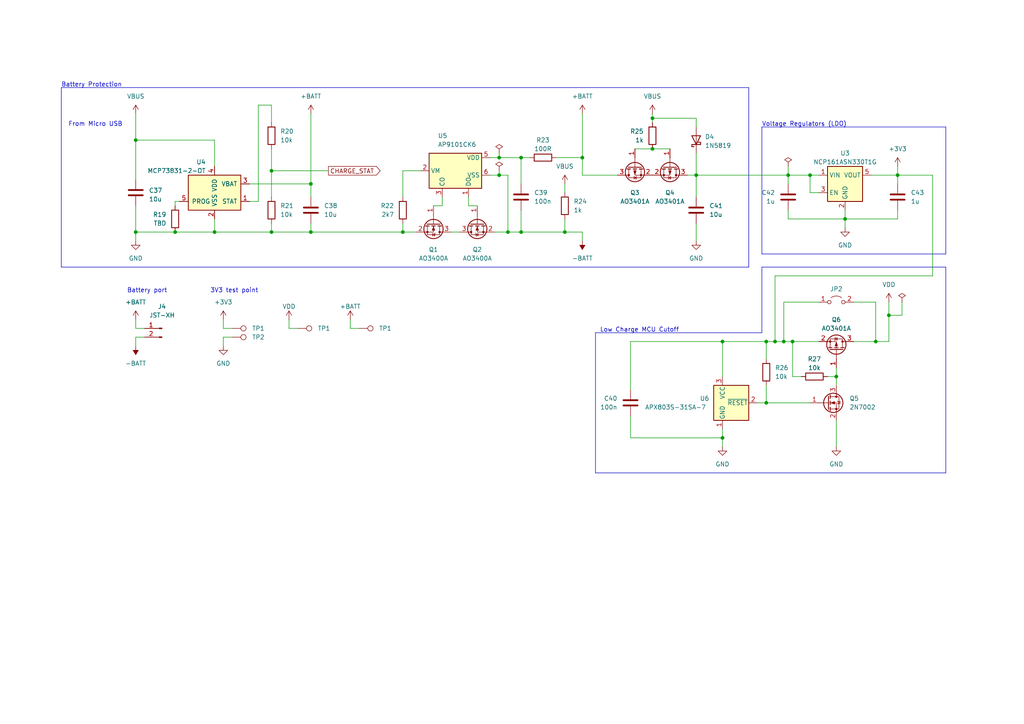
<source format=kicad_sch>
(kicad_sch (version 20230121) (generator eeschema)
  (paper "A4")
  (lib_symbols
    (symbol "+BATT_1" (power) (pin_names (offset 0))
      (property "Value" "+BATT_1" (at 0 3.556 0))
      (symbol "+BATT_1_0_1"
        (polyline (pts (xy -0.762 1.27) (xy 0 2.54)))
        (polyline (pts (xy 0 0) (xy 0 2.54)))
        (polyline (pts (xy 0 2.54) (xy 0.762 1.27)))
      )
      (symbol "+BATT_1_1_1"
        (pin power_in line (at 0 0 90) (length 0) hide (name "+BATT") (number "1"))
      )
    )
    (symbol "3885:APX803S" (pin_names (offset 0.254))
      (property "Reference" "U" (at 2.54 8.89 0))
      (property "Value" "APX803S" (at 2.54 6.35 0))
      (symbol "APX803S_0_1"
        (rectangle (start -2.54 5.08) (end 7.62 -5.08) (stroke (width 0.254)) (fill (type background)))
      )
      (symbol "APX803S_1_1"
        (pin power_in line (at 0 -7.62 90) (length 2.54) (name "GND") (number "1"))
        (pin output line (at 10.16 0 180) (length 2.54) (name "~{RESET}") (number "2"))
        (pin power_in line (at 0 7.62 270) (length 2.54) (name "VCC") (number "3"))
      )
    )
    (symbol "Battery_Management:AP9101CK6"
      (property "Reference" "U?" (at 2.0194 10.16 0))
      (property "Value" "AP9101CK6" (at 2.0194 7.62 0))
      (symbol "AP9101CK6_0_1"
        (rectangle (start -7.62 5.08) (end 7.62 -5.08) (stroke (width 0.254)) (fill (type background)))
      )
      (symbol "AP9101CK6_1_1"
        (pin output line (at 3.81 -7.62 90) (length 2.54) (name "DO") (number "1"))
        (pin passive line (at -10.16 0 0) (length 2.54) (name "VM") (number "2"))
        (pin output line (at -3.81 -7.62 90) (length 2.54) (name "CO") (number "3"))
        (pin no_connect line (at -16.51 8.89 0) (length 2.54) hide (name "NC") (number "4"))
        (pin power_in line (at 10.16 3.81 180) (length 2.54) (name "VDD") (number "5"))
        (pin power_in line (at 10.16 -1.27 180) (length 2.54) (name "VSS") (number "6"))
      )
    )
    (symbol "Battery_Management:MCP73831-2-OT" (pin_names (offset 1.016))
      (property "Reference" "U" (at -7.62 6.35 0))
      (property "Value" "MCP73831-2-OT" (at 1.27 6.35 0))
      (symbol "MCP73831-2-OT_0_1"
        (rectangle (start -7.62 5.08) (end 7.62 -5.08) (stroke (width 0.254)) (fill (type background)))
      )
      (symbol "MCP73831-2-OT_1_1"
        (pin output line (at 10.16 -2.54 180) (length 2.54) (name "STAT") (number "1"))
        (pin power_in line (at 0 -7.62 90) (length 2.54) (name "VSS") (number "2"))
        (pin power_out line (at 10.16 2.54 180) (length 2.54) (name "VBAT") (number "3"))
        (pin power_in line (at 0 7.62 270) (length 2.54) (name "VDD") (number "4"))
        (pin input line (at -10.16 -2.54 0) (length 2.54) (name "PROG") (number "5"))
      )
    )
    (symbol "Connector:Conn_01x02_Male" (pin_names (offset 1.016) hide)
      (property "Reference" "J" (at 0 2.54 0))
      (property "Value" "Conn_01x02_Male" (at 0 -5.08 0))
      (symbol "Conn_01x02_Male_1_1"
        (polyline (pts (xy 1.27 -2.54) (xy 0.8636 -2.54)) (stroke (width 0.1524)))
        (polyline (pts (xy 1.27 0) (xy 0.8636 0)) (stroke (width 0.1524)))
        (rectangle (start 0.8636 -2.413) (end 0 -2.667) (stroke (width 0.1524)) (fill (type outline)))
        (rectangle (start 0.8636 0.127) (end 0 -0.127) (stroke (width 0.1524)) (fill (type outline)))
        (pin passive line (at 5.08 0 180) (length 3.81) (name "Pin_1") (number "1"))
        (pin passive line (at 5.08 -2.54 180) (length 3.81) (name "Pin_2") (number "2"))
      )
    )
    (symbol "Connector:TestPoint" (pin_numbers hide) (pin_names (offset 0.762) hide)
      (property "Reference" "TP" (at 0 6.858 0))
      (property "Value" "TestPoint" (at 0 5.08 0))
      (symbol "TestPoint_0_1"
        (circle (center 0 3.302) (radius 0.762))
      )
      (symbol "TestPoint_1_1"
        (pin passive line (at 0 0 90) (length 2.54) (name "1") (number "1"))
      )
    )
    (symbol "Device:C" (pin_numbers hide) (pin_names (offset 0.254))
      (property "Reference" "C" (at 0.635 2.54 0))
      (property "Value" "C" (at 0.635 -2.54 0))
      (symbol "C_0_1"
        (polyline (pts (xy -2.032 -0.762) (xy 2.032 -0.762)) (stroke (width 0.508)))
        (polyline (pts (xy -2.032 0.762) (xy 2.032 0.762)) (stroke (width 0.508)))
      )
      (symbol "C_1_1"
        (pin passive line (at 0 3.81 270) (length 2.794) (name "~") (number "1"))
        (pin passive line (at 0 -3.81 90) (length 2.794) (name "~") (number "2"))
      )
    )
    (symbol "Device:R" (pin_numbers hide) (pin_names (offset 0))
      (property "Reference" "R" (at 2.032 0 90))
      (property "Value" "R" (at 0 0 90))
      (symbol "R_0_1"
        (rectangle (start -1.016 -2.54) (end 1.016 2.54) (stroke (width 0.254)))
      )
      (symbol "R_1_1"
        (pin passive line (at 0 3.81 270) (length 1.27) (name "~") (number "1"))
        (pin passive line (at 0 -3.81 90) (length 1.27) (name "~") (number "2"))
      )
    )
    (symbol "Diode:1N5819" (pin_numbers hide) (pin_names (offset 1.016) hide)
      (property "Reference" "D" (at 0 2.54 0))
      (property "Value" "1N5819" (at 0 -2.54 0))
      (symbol "1N5819_0_1"
        (polyline (pts (xy 1.27 0) (xy -1.27 0)))
        (polyline (pts (xy 1.27 1.27) (xy 1.27 -1.27) (xy -1.27 0) (xy 1.27 1.27)) (stroke (width 0.254)))
        (polyline (pts (xy -1.905 0.635) (xy -1.905 1.27) (xy -1.27 1.27) (xy -1.27 -1.27) (xy -0.635 -1.27) (xy -0.635 -0.635)) (stroke (width 0.254)))
      )
      (symbol "1N5819_1_1"
        (pin passive line (at -3.81 0 0) (length 2.54) (name "K") (number "1"))
        (pin passive line (at 3.81 0 180) (length 2.54) (name "A") (number "2"))
      )
    )
    (symbol "Jumper:Jumper_2_Open" (pin_names (offset 0) hide)
      (property "Reference" "JP" (at 0 2.794 0))
      (property "Value" "Jumper_2_Open" (at 0 -2.286 0))
      (symbol "Jumper_2_Open_0_0"
        (circle (center -2.032 0) (radius 0.508))
        (circle (center 2.032 0) (radius 0.508))
      )
      (symbol "Jumper_2_Open_0_1"
        (arc (start 1.524 1.27) (mid 0 1.778) (end -1.524 1.27))
      )
      (symbol "Jumper_2_Open_1_1"
        (pin passive line (at -5.08 0 0) (length 2.54) (name "A") (number "1"))
        (pin passive line (at 5.08 0 180) (length 2.54) (name "B") (number "2"))
      )
    )
    (symbol "Regulator_Linear:NCP163ASN330T1G"
      (property "Reference" "U" (at 0 8.89 0))
      (property "Value" "NCP163ASN330T1G" (at 0 6.35 0))
      (symbol "NCP163ASN330T1G_0_1"
        (rectangle (start -5.08 5.08) (end 5.08 -5.08) (stroke (width 0.254)) (fill (type background)))
      )
      (symbol "NCP163ASN330T1G_1_1"
        (pin power_in line (at -7.62 2.54 0) (length 2.54) (name "VIN") (number "1"))
        (pin power_in line (at 0 -7.62 90) (length 2.54) (name "GND") (number "2"))
        (pin input line (at -7.62 -2.54 0) (length 2.54) (name "EN") (number "3"))
        (pin no_connect line (at 5.08 -2.54 180) (length 2.54) hide (name "NC") (number "4"))
        (pin power_out line (at 7.62 2.54 180) (length 2.54) (name "VOUT") (number "5"))
      )
    )
    (symbol "Transistor_FET:2N7002" (pin_names hide)
      (property "Reference" "Q" (at 5.08 1.905 0))
      (property "Value" "2N7002" (at 5.08 0 0))
      (symbol "2N7002_0_1"
        (polyline (pts (xy 0.254 0) (xy -2.54 0)))
        (polyline (pts (xy 0.254 1.905) (xy 0.254 -1.905)) (stroke (width 0.254)))
        (polyline (pts (xy 0.762 -1.27) (xy 0.762 -2.286)) (stroke (width 0.254)))
        (polyline (pts (xy 0.762 0.508) (xy 0.762 -0.508)) (stroke (width 0.254)))
        (polyline (pts (xy 0.762 2.286) (xy 0.762 1.27)) (stroke (width 0.254)))
        (polyline (pts (xy 2.54 2.54) (xy 2.54 1.778)))
        (polyline (pts (xy 2.54 -2.54) (xy 2.54 0) (xy 0.762 0)))
        (polyline (pts (xy 0.762 -1.778) (xy 3.302 -1.778) (xy 3.302 1.778) (xy 0.762 1.778)))
        (polyline (pts (xy 1.016 0) (xy 2.032 0.381) (xy 2.032 -0.381) (xy 1.016 0)) (fill (type outline)))
        (polyline (pts (xy 2.794 0.508) (xy 2.921 0.381) (xy 3.683 0.381) (xy 3.81 0.254)))
        (polyline (pts (xy 3.302 0.381) (xy 2.921 -0.254) (xy 3.683 -0.254) (xy 3.302 0.381)))
        (circle (center 1.651 0) (radius 2.794) (stroke (width 0.254)))
        (circle (center 2.54 -1.778) (radius 0.254) (fill (type outline)))
        (circle (center 2.54 1.778) (radius 0.254) (fill (type outline)))
      )
      (symbol "2N7002_1_1"
        (pin input line (at -5.08 0 0) (length 2.54) (name "G") (number "1"))
        (pin passive line (at 2.54 -5.08 90) (length 2.54) (name "S") (number "2"))
        (pin passive line (at 2.54 5.08 270) (length 2.54) (name "D") (number "3"))
      )
    )
    (symbol "Transistor_FET:AO3400A" (pin_names hide)
      (property "Reference" "Q" (at 5.08 1.905 0))
      (property "Value" "AO3400A" (at 5.08 0 0))
      (symbol "AO3400A_0_1"
        (polyline (pts (xy 0.254 0) (xy -2.54 0)))
        (polyline (pts (xy 0.254 1.905) (xy 0.254 -1.905)) (stroke (width 0.254)))
        (polyline (pts (xy 0.762 -1.27) (xy 0.762 -2.286)) (stroke (width 0.254)))
        (polyline (pts (xy 0.762 0.508) (xy 0.762 -0.508)) (stroke (width 0.254)))
        (polyline (pts (xy 0.762 2.286) (xy 0.762 1.27)) (stroke (width 0.254)))
        (polyline (pts (xy 2.54 2.54) (xy 2.54 1.778)))
        (polyline (pts (xy 2.54 -2.54) (xy 2.54 0) (xy 0.762 0)))
        (polyline (pts (xy 0.762 -1.778) (xy 3.302 -1.778) (xy 3.302 1.778) (xy 0.762 1.778)))
        (polyline (pts (xy 1.016 0) (xy 2.032 0.381) (xy 2.032 -0.381) (xy 1.016 0)) (fill (type outline)))
        (polyline (pts (xy 2.794 0.508) (xy 2.921 0.381) (xy 3.683 0.381) (xy 3.81 0.254)))
        (polyline (pts (xy 3.302 0.381) (xy 2.921 -0.254) (xy 3.683 -0.254) (xy 3.302 0.381)))
        (circle (center 1.651 0) (radius 2.794) (stroke (width 0.254)))
        (circle (center 2.54 -1.778) (radius 0.254) (fill (type outline)))
        (circle (center 2.54 1.778) (radius 0.254) (fill (type outline)))
      )
      (symbol "AO3400A_1_1"
        (pin input line (at -5.08 0 0) (length 2.54) (name "G") (number "1"))
        (pin passive line (at 2.54 -5.08 90) (length 2.54) (name "S") (number "2"))
        (pin passive line (at 2.54 5.08 270) (length 2.54) (name "D") (number "3"))
      )
    )
    (symbol "Transistor_FET:AO3401A" (pin_names hide)
      (property "Reference" "Q" (at 5.08 1.905 0))
      (property "Value" "AO3401A" (at 5.08 0 0))
      (symbol "AO3401A_0_1"
        (polyline (pts (xy 0.254 0) (xy -2.54 0)))
        (polyline (pts (xy 0.254 1.905) (xy 0.254 -1.905)) (stroke (width 0.254)))
        (polyline (pts (xy 0.762 -1.27) (xy 0.762 -2.286)) (stroke (width 0.254)))
        (polyline (pts (xy 0.762 0.508) (xy 0.762 -0.508)) (stroke (width 0.254)))
        (polyline (pts (xy 0.762 2.286) (xy 0.762 1.27)) (stroke (width 0.254)))
        (polyline (pts (xy 2.54 2.54) (xy 2.54 1.778)))
        (polyline (pts (xy 2.54 -2.54) (xy 2.54 0) (xy 0.762 0)))
        (polyline (pts (xy 0.762 1.778) (xy 3.302 1.778) (xy 3.302 -1.778) (xy 0.762 -1.778)))
        (polyline (pts (xy 2.286 0) (xy 1.27 0.381) (xy 1.27 -0.381) (xy 2.286 0)) (fill (type outline)))
        (polyline (pts (xy 2.794 -0.508) (xy 2.921 -0.381) (xy 3.683 -0.381) (xy 3.81 -0.254)))
        (polyline (pts (xy 3.302 -0.381) (xy 2.921 0.254) (xy 3.683 0.254) (xy 3.302 -0.381)))
        (circle (center 1.651 0) (radius 2.794) (stroke (width 0.254)))
        (circle (center 2.54 -1.778) (radius 0.254) (fill (type outline)))
        (circle (center 2.54 1.778) (radius 0.254) (fill (type outline)))
      )
      (symbol "AO3401A_1_1"
        (pin input line (at -5.08 0 0) (length 2.54) (name "G") (number "1"))
        (pin passive line (at 2.54 -5.08 90) (length 2.54) (name "S") (number "2"))
        (pin passive line (at 2.54 5.08 270) (length 2.54) (name "D") (number "3"))
      )
    )
    (symbol "VDD_1" (power) (pin_names (offset 0))
      (property "Value" "VDD_1" (at 0 3.81 0))
      (symbol "VDD_1_0_1"
        (polyline (pts (xy -0.762 1.27) (xy 0 2.54)))
        (polyline (pts (xy 0 0) (xy 0 2.54)))
        (polyline (pts (xy 0 2.54) (xy 0.762 1.27)))
      )
      (symbol "VDD_1_1_1"
        (pin power_in line (at 0 0 90) (length 0) hide (name "VDD") (number "1"))
      )
    )
    (symbol "power:+3V3" (power) (pin_names (offset 0))
      (property "Value" "+3V3" (at 0 3.556 0))
      (symbol "+3V3_0_1"
        (polyline (pts (xy -0.762 1.27) (xy 0 2.54)))
        (polyline (pts (xy 0 0) (xy 0 2.54)))
        (polyline (pts (xy 0 2.54) (xy 0.762 1.27)))
      )
      (symbol "+3V3_1_1"
        (pin power_in line (at 0 0 90) (length 0) hide (name "+3V3") (number "1"))
      )
    )
    (symbol "power:+BATT" (power) (pin_names (offset 0))
      (property "Value" "+BATT" (at 0 3.556 0))
      (symbol "+BATT_0_1"
        (polyline (pts (xy -0.762 1.27) (xy 0 2.54)))
        (polyline (pts (xy 0 0) (xy 0 2.54)))
        (polyline (pts (xy 0 2.54) (xy 0.762 1.27)))
      )
      (symbol "+BATT_1_1"
        (pin power_in line (at 0 0 90) (length 0) hide (name "+BATT") (number "1"))
      )
    )
    (symbol "power:-BATT" (power) (pin_names (offset 0))
      (property "Value" "-BATT" (at 0 3.556 0))
      (symbol "-BATT_0_1"
        (polyline (pts (xy 0 0) (xy 0 2.54)))
        (polyline (pts (xy 0.762 1.27) (xy -0.762 1.27) (xy 0 2.54) (xy 0.762 1.27)) (fill (type outline)))
      )
      (symbol "-BATT_1_1"
        (pin power_in line (at 0 0 90) (length 0) hide (name "-BATT") (number "1"))
      )
    )
    (symbol "power:GND" (power) (pin_names (offset 0))
      (property "Value" "GND" (at 0 -3.81 0))
      (symbol "GND_0_1"
        (polyline (pts (xy 0 0) (xy 0 -1.27) (xy 1.27 -1.27) (xy 0 -2.54) (xy -1.27 -1.27) (xy 0 -1.27)))
      )
      (symbol "GND_1_1"
        (pin power_in line (at 0 0 270) (length 0) hide (name "GND") (number "1"))
      )
    )
    (symbol "power:PWR_FLAG" (power) (pin_numbers hide) (pin_names (offset 0) hide)
      (property "Value" "PWR_FLAG" (at 0 3.81 0))
      (symbol "PWR_FLAG_0_0"
        (pin power_out line (at 0 0 90) (length 0) (name "pwr") (number "1"))
      )
      (symbol "PWR_FLAG_0_1"
        (polyline (pts (xy 0 0) (xy 0 1.27) (xy -1.016 1.905) (xy 0 2.54) (xy 1.016 1.905) (xy 0 1.27)))
      )
    )
    (symbol "power:VBUS" (power) (pin_names (offset 0))
      (property "Value" "VBUS" (at 0 3.81 0))
      (symbol "VBUS_0_1"
        (polyline (pts (xy -0.762 1.27) (xy 0 2.54)))
        (polyline (pts (xy 0 0) (xy 0 2.54)))
        (polyline (pts (xy 0 2.54) (xy 0.762 1.27)))
      )
      (symbol "VBUS_1_1"
        (pin power_in line (at 0 0 90) (length 0) hide (name "VBUS") (number "1"))
      )
    )
    (symbol "power:VDD" (power) (pin_names (offset 0))
      (property "Value" "VDD" (at 0 3.81 0))
      (symbol "VDD_0_1"
        (polyline (pts (xy -0.762 1.27) (xy 0 2.54)))
        (polyline (pts (xy 0 0) (xy 0 2.54)))
        (polyline (pts (xy 0 2.54) (xy 0.762 1.27)))
      )
      (symbol "VDD_1_1"
        (pin power_in line (at 0 0 90) (length 0) hide (name "VDD") (number "1"))
      )
    )
  )
  (junction (at 39.37 40.64))
  (junction (at 62.23 67.31))
  (junction (at 222.25 116.84))
  (junction (at 224.79 99.06))
  (junction (at 50.8 67.31))
  (junction (at 189.23 43.18))
  (junction (at 209.55 127))
  (junction (at 234.95 50.8))
  (junction (at 229.87 99.06))
  (junction (at 209.55 99.06))
  (junction (at 222.25 99.06))
  (junction (at 201.93 50.8))
  (junction (at 163.83 67.31))
  (junction (at 245.11 63.5))
  (junction (at 147.32 67.31))
  (junction (at 144.78 50.8))
  (junction (at 228.6 50.8))
  (junction (at 260.35 50.8))
  (junction (at 90.17 53.34))
  (junction (at 144.78 45.72))
  (junction (at 189.23 34.29))
  (junction (at 257.81 91.44))
  (junction (at 151.13 67.31))
  (junction (at 78.74 49.53))
  (junction (at 90.17 67.31))
  (junction (at 254 99.06))
  (junction (at 168.91 45.72))
  (junction (at 242.57 109.22))
  (junction (at 151.13 45.72))
  (junction (at 116.84 67.31))
  (junction (at 78.74 67.31))
  (junction (at 227.33 99.06))
  (junction (at 39.37 67.31))
  (wire (pts (xy 228.6 60.96) (xy 228.6 63.5)))
  (wire (pts (xy 83.82 95.25) (xy 86.36 95.25)))
  (wire (pts (xy 232.41 109.22) (xy 229.87 109.22)))
  (wire (pts (xy 201.93 50.8) (xy 228.6 50.8)))
  (wire (pts (xy 130.81 67.31) (xy 133.35 67.31)))
  (wire (pts (xy 62.23 63.5) (xy 62.23 67.31)))
  (wire (pts (xy 234.95 50.8) (xy 237.49 50.8)))
  (wire (pts (xy 62.23 67.31) (xy 78.74 67.31)))
  (wire (pts (xy 50.8 67.31) (xy 39.37 67.31)))
  (wire (pts (xy 201.93 34.29) (xy 201.93 36.83)))
  (wire (pts (xy 242.57 121.92) (xy 242.57 129.54)))
  (wire (pts (xy 50.8 58.42) (xy 50.8 59.69)))
  (wire (pts (xy 52.07 58.42) (xy 50.8 58.42)))
  (wire (pts (xy 143.51 67.31) (xy 147.32 67.31)))
  (wire (pts (xy 151.13 53.34) (xy 151.13 45.72)))
  (wire (pts (xy 234.95 55.88) (xy 234.95 50.8)))
  (wire (pts (xy 50.8 67.31) (xy 62.23 67.31)))
  (wire (pts (xy 237.49 87.63) (xy 227.33 87.63)))
  (wire (pts (xy 182.88 113.03) (xy 182.88 99.06)))
  (wire (pts (xy 39.37 97.79) (xy 39.37 100.33)))
  (wire (pts (xy 83.82 92.71) (xy 83.82 95.25)))
  (wire (pts (xy 189.23 33.02) (xy 189.23 34.29)))
  (wire (pts (xy 245.11 63.5) (xy 245.11 66.04)))
  (wire (pts (xy 142.24 45.72) (xy 144.78 45.72)))
  (wire (pts (xy 144.78 44.45) (xy 144.78 45.72)))
  (wire (pts (xy 78.74 43.18) (xy 78.74 49.53)))
  (wire (pts (xy 260.35 48.26) (xy 260.35 50.8)))
  (wire (pts (xy 64.77 95.25) (xy 67.31 95.25)))
  (wire (pts (xy 116.84 49.53) (xy 121.92 49.53)))
  (wire (pts (xy 257.81 91.44) (xy 261.62 91.44)))
  (wire (pts (xy 240.03 109.22) (xy 242.57 109.22)))
  (wire (pts (xy 199.39 50.8) (xy 201.93 50.8)))
  (wire (pts (xy 64.77 97.79) (xy 67.31 97.79)))
  (wire (pts (xy 261.62 91.44) (xy 261.62 87.63)))
  (wire (pts (xy 209.55 129.54) (xy 209.55 127)))
  (wire (pts (xy 209.55 127) (xy 209.55 124.46)))
  (wire (pts (xy 260.35 60.96) (xy 260.35 63.5)))
  (wire (pts (xy 209.55 99.06) (xy 222.25 99.06)))
  (wire (pts (xy 222.25 104.14) (xy 222.25 99.06)))
  (wire (pts (xy 270.51 50.8) (xy 270.51 80.01)))
  (wire (pts (xy 39.37 40.64) (xy 62.23 40.64)))
  (wire (pts (xy 222.25 116.84) (xy 222.25 111.76)))
  (wire (pts (xy 270.51 80.01) (xy 224.79 80.01)))
  (wire (pts (xy 163.83 53.34) (xy 163.83 55.88)))
  (wire (pts (xy 78.74 30.48) (xy 74.93 30.48)))
  (wire (pts (xy 147.32 50.8) (xy 147.32 67.31)))
  (wire (pts (xy 163.83 67.31) (xy 163.83 63.5)))
  (wire (pts (xy 142.24 50.8) (xy 144.78 50.8)))
  (polyline (pts (xy 172.72 137.16) (xy 172.72 96.52)))
  (wire (pts (xy 39.37 95.25) (xy 41.91 95.25)))
  (wire (pts (xy 227.33 99.06) (xy 229.87 99.06)))
  (wire (pts (xy 168.91 33.02) (xy 168.91 45.72)))
  (wire (pts (xy 144.78 45.72) (xy 151.13 45.72)))
  (wire (pts (xy 78.74 49.53) (xy 95.25 49.53)))
  (wire (pts (xy 125.73 59.69) (xy 128.27 59.69)))
  (wire (pts (xy 78.74 35.56) (xy 78.74 30.48)))
  (wire (pts (xy 116.84 67.31) (xy 120.65 67.31)))
  (wire (pts (xy 163.83 67.31) (xy 168.91 67.31)))
  (wire (pts (xy 64.77 97.79) (xy 64.77 100.33)))
  (wire (pts (xy 90.17 33.02) (xy 90.17 53.34)))
  (wire (pts (xy 257.81 91.44) (xy 257.81 99.06)))
  (wire (pts (xy 39.37 33.02) (xy 39.37 40.64)))
  (wire (pts (xy 229.87 109.22) (xy 229.87 99.06)))
  (wire (pts (xy 72.39 58.42) (xy 74.93 58.42)))
  (wire (pts (xy 153.67 45.72) (xy 151.13 45.72)))
  (polyline (pts (xy 172.72 96.52) (xy 220.98 96.52)))
  (wire (pts (xy 189.23 43.18) (xy 194.31 43.18)))
  (wire (pts (xy 254 99.06) (xy 257.81 99.06)))
  (wire (pts (xy 247.65 87.63) (xy 254 87.63)))
  (wire (pts (xy 39.37 97.79) (xy 41.91 97.79)))
  (wire (pts (xy 260.35 63.5) (xy 245.11 63.5)))
  (polyline (pts (xy 220.98 36.83) (xy 220.98 73.66)))
  (polyline (pts (xy 274.32 36.83) (xy 274.32 73.66)))
  (wire (pts (xy 182.88 99.06) (xy 209.55 99.06)))
  (wire (pts (xy 90.17 53.34) (xy 90.17 57.15)))
  (wire (pts (xy 78.74 67.31) (xy 90.17 67.31)))
  (wire (pts (xy 219.71 116.84) (xy 222.25 116.84)))
  (polyline (pts (xy 217.17 25.4) (xy 217.17 77.47)))
  (polyline (pts (xy 17.78 25.4) (xy 17.78 77.47)))
  (wire (pts (xy 189.23 34.29) (xy 201.93 34.29)))
  (wire (pts (xy 222.25 99.06) (xy 224.79 99.06)))
  (wire (pts (xy 116.84 64.77) (xy 116.84 67.31)))
  (wire (pts (xy 254 87.63) (xy 254 99.06)))
  (wire (pts (xy 201.93 69.85) (xy 201.93 64.77)))
  (wire (pts (xy 168.91 67.31) (xy 168.91 69.85)))
  (wire (pts (xy 64.77 92.71) (xy 64.77 95.25)))
  (polyline (pts (xy 17.78 25.4) (xy 217.17 25.4)))
  (wire (pts (xy 128.27 59.69) (xy 128.27 57.15)))
  (wire (pts (xy 168.91 50.8) (xy 179.07 50.8)))
  (polyline (pts (xy 172.72 137.16) (xy 274.32 137.16)))
  (wire (pts (xy 237.49 55.88) (xy 234.95 55.88)))
  (wire (pts (xy 101.6 95.25) (xy 104.14 95.25)))
  (wire (pts (xy 227.33 87.63) (xy 227.33 99.06)))
  (polyline (pts (xy 217.17 77.47) (xy 17.78 77.47)))
  (wire (pts (xy 242.57 109.22) (xy 242.57 106.68)))
  (wire (pts (xy 62.23 40.64) (xy 62.23 48.26)))
  (wire (pts (xy 90.17 64.77) (xy 90.17 67.31)))
  (wire (pts (xy 151.13 67.31) (xy 151.13 60.96)))
  (wire (pts (xy 247.65 99.06) (xy 254 99.06)))
  (wire (pts (xy 144.78 50.8) (xy 147.32 50.8)))
  (wire (pts (xy 39.37 59.69) (xy 39.37 67.31)))
  (wire (pts (xy 228.6 63.5) (xy 245.11 63.5)))
  (wire (pts (xy 78.74 49.53) (xy 78.74 57.15)))
  (wire (pts (xy 74.93 30.48) (xy 74.93 58.42)))
  (wire (pts (xy 229.87 99.06) (xy 237.49 99.06)))
  (polyline (pts (xy 220.98 36.83) (xy 274.32 36.83)))
  (wire (pts (xy 90.17 67.31) (xy 116.84 67.31)))
  (wire (pts (xy 101.6 92.71) (xy 101.6 95.25)))
  (wire (pts (xy 224.79 99.06) (xy 227.33 99.06)))
  (polyline (pts (xy 220.98 77.47) (xy 274.32 77.47)))
  (wire (pts (xy 39.37 92.71) (xy 39.37 95.25)))
  (wire (pts (xy 228.6 53.34) (xy 228.6 50.8)))
  (wire (pts (xy 228.6 50.8) (xy 234.95 50.8)))
  (wire (pts (xy 201.93 57.15) (xy 201.93 50.8)))
  (wire (pts (xy 147.32 67.31) (xy 151.13 67.31)))
  (wire (pts (xy 257.81 87.63) (xy 257.81 91.44)))
  (wire (pts (xy 224.79 80.01) (xy 224.79 99.06)))
  (wire (pts (xy 201.93 44.45) (xy 201.93 50.8)))
  (wire (pts (xy 39.37 40.64) (xy 39.37 52.07)))
  (polyline (pts (xy 274.32 77.47) (xy 274.32 137.16)))
  (wire (pts (xy 184.15 43.18) (xy 189.23 43.18)))
  (wire (pts (xy 168.91 45.72) (xy 168.91 50.8)))
  (wire (pts (xy 138.43 59.69) (xy 135.89 59.69)))
  (wire (pts (xy 182.88 120.65) (xy 182.88 127)))
  (wire (pts (xy 151.13 67.31) (xy 163.83 67.31)))
  (wire (pts (xy 260.35 50.8) (xy 260.35 53.34)))
  (wire (pts (xy 245.11 60.96) (xy 245.11 63.5)))
  (wire (pts (xy 209.55 109.22) (xy 209.55 99.06)))
  (wire (pts (xy 228.6 48.26) (xy 228.6 50.8)))
  (wire (pts (xy 72.39 53.34) (xy 90.17 53.34)))
  (wire (pts (xy 144.78 49.53) (xy 144.78 50.8)))
  (wire (pts (xy 252.73 50.8) (xy 260.35 50.8)))
  (wire (pts (xy 260.35 50.8) (xy 270.51 50.8)))
  (wire (pts (xy 182.88 127) (xy 209.55 127)))
  (polyline (pts (xy 220.98 96.52) (xy 220.98 77.47)))
  (wire (pts (xy 78.74 64.77) (xy 78.74 67.31)))
  (wire (pts (xy 39.37 67.31) (xy 39.37 69.85)))
  (wire (pts (xy 189.23 34.29) (xy 189.23 35.56)))
  (wire (pts (xy 242.57 111.76) (xy 242.57 109.22)))
  (wire (pts (xy 222.25 116.84) (xy 234.95 116.84)))
  (wire (pts (xy 135.89 59.69) (xy 135.89 57.15)))
  (polyline (pts (xy 274.32 73.66) (xy 220.98 73.66)))
  (wire (pts (xy 116.84 49.53) (xy 116.84 57.15)))
  (wire (pts (xy 161.29 45.72) (xy 168.91 45.72)))
  (text "Voltage Regulators (LDO)\n" (at 220.98 36.83 0) (effects (font (size 1.27 1.27)) (justify left bottom)))
  (text "Low Charge MCU Cutoff" (at 173.99 96.52 0) (effects (font (size 1.27 1.27)) (justify left bottom)))
  (text "From Micro USB" (at 35.56 36.83 0) (effects (font (size 1.27 1.27)) (justify right bottom)))
  (text "Battery Protection" (at 17.78 25.4 0) (effects (font (size 1.27 1.27)) (justify left bottom)))
  (text "3V3 test point" (at 60.96 85.09 0) (effects (font (size 1.27 1.27)) (justify left bottom)))
  (text "Battery port" (at 36.83 85.09 0) (effects (font (size 1.27 1.27)) (justify left bottom)))
  (global_label "CHARGE_STAT" (shape output) (at 95.25 49.53 0) (property "Intersheetrefs" "${INTERSHEET_REFS}" (effects hide)))
  (symbol (lib_id "Device:R") (at 78.74 60.96 0) (mirror y) (unit 1)
    (property "Reference" "R21" (at 81.28 59.69 0) (effects (justify right)))
    (property "Value" "10k" (at 81.28 62.23 0) (effects (justify right)))
    (property "Footprint" "Resistor_SMD:R_0402_1005Metric" (effects hide))
    (property "Datasheet" "https://datasheet.lcsc.com/lcsc/2206010100_UNI-ROYAL-Uniroyal-Elec-0402WGF1002TCE_C25744.pdf" (effects hide))
    (property "LCSC Part #" "C25744" (effects hide))
    (property "Mfr. Part #" "0402WGF1002TCE" (effects hide))
    (property "Mfr" "UNI-ROYAL(Uniroyal Elec)" (effects hide))
  )
  (symbol (lib_id "Device:R") (at 222.25 107.95 0) (unit 1)
    (property "Reference" "R26" (at 224.79 106.6799 0) (effects (justify left)))
    (property "Value" "10k" (at 224.79 109.2199 0) (effects (justify left)))
    (property "Footprint" "Resistor_SMD:R_0402_1005Metric" (effects hide))
    (property "Datasheet" "https://datasheet.lcsc.com/lcsc/2206010100_UNI-ROYAL-Uniroyal-Elec-0402WGF1002TCE_C25744.pdf" (effects hide))
    (property "LCSC Part #" "C25744" (effects hide))
    (property "Mfr. Part #" "0402WGF1002TCE" (effects hide))
    (property "Mfr" "UNI-ROYAL(Uniroyal Elec)" (effects hide))
  )
  (symbol (lib_id "Device:R") (at 236.22 109.22 90) (unit 1)
    (property "Reference" "R27" (at 236.22 104.14 90))
    (property "Value" "10k" (at 236.22 106.68 90))
    (property "Footprint" "Resistor_SMD:R_0402_1005Metric" (effects hide))
    (property "Datasheet" "https://datasheet.lcsc.com/lcsc/2206010100_UNI-ROYAL-Uniroyal-Elec-0402WGF1002TCE_C25744.pdf" (effects hide))
    (property "LCSC Part #" "C25744" (effects hide))
    (property "Mfr. Part #" "0402WGF1002TCE" (effects hide))
    (property "Mfr" "UNI-ROYAL(Uniroyal Elec)" (effects hide))
  )
  (symbol (lib_id "power:PWR_FLAG") (at 261.62 87.63 0) (unit 1)
    (property "Reference" "#FLG?" (effects hide))
    (property "Value" "PWR_FLAG" (effects hide))
  )
  (symbol (lib_id "power:+BATT") (at 168.91 33.02 0) (unit 1)
    (property "Reference" "#PWR?" (effects hide))
    (property "Value" "+BATT" (at 168.91 27.94 0))
  )
  (symbol (lib_id "Device:R") (at 189.23 39.37 180) (unit 1)
    (property "Reference" "R25" (at 186.69 38.1 0) (effects (justify left)))
    (property "Value" "1k" (at 186.69 40.64 0) (effects (justify left)))
    (property "Footprint" "Resistor_SMD:R_0402_1005Metric" (effects hide))
    (property "Datasheet" "https://datasheet.lcsc.com/lcsc/2206010216_UNI-ROYAL-Uniroyal-Elec-0402WGF1001TCE_C11702.pdf" (effects hide))
    (property "LCSC Part #" "C11702" (effects hide))
    (property "Mfr. Part #" "0402WGF1001TCE" (effects hide))
    (property "Mfr" "UNI-ROYAL(Uniroyal Elec)" (effects hide))
  )
  (symbol (lib_id "Jumper:Jumper_2_Open") (at 242.57 87.63 0) (unit 1)
    (property "Reference" "JP2" (at 242.57 83.82 0))
    (property "Value" "Jumper_2_Open" (effects hide))
    (property "Footprint" "Jumper:SolderJumper-2_P1.3mm_Open_TrianglePad1.0x1.5mm" (effects hide))
  )
  (symbol (lib_id "power:VBUS") (at 39.37 33.02 0) (unit 1)
    (property "Reference" "#PWR?" (effects hide))
    (property "Value" "VBUS" (at 39.37 27.94 0))
  )
  (symbol (lib_id "power:VDD") (at 257.81 87.63 0) (unit 1)
    (property "Reference" "#PWR?" (effects hide))
    (property "Value" "VDD" (at 257.81 82.55 0))
  )
  (symbol (lib_id "power:GND") (at 209.55 129.54 0) (unit 1)
    (property "Reference" "#PWR?" (effects hide))
    (property "Value" "GND" (at 209.55 134.62 0))
  )
  (symbol (lib_name "+BATT_1") (lib_id "power:+BATT") (at 101.6 92.71 0) (unit 1)
    (property "Reference" "#PWR?" (effects hide))
    (property "Value" "+BATT" (at 101.6 88.9 0))
  )
  (symbol (lib_id "Device:R") (at 163.83 59.69 180) (unit 1)
    (property "Reference" "R24" (at 166.37 58.42 0) (effects (justify right)))
    (property "Value" "1k" (at 166.37 60.96 0) (effects (justify right)))
    (property "Footprint" "Resistor_SMD:R_0402_1005Metric" (effects hide))
    (property "Datasheet" "https://datasheet.lcsc.com/lcsc/2206010216_UNI-ROYAL-Uniroyal-Elec-0402WGF1001TCE_C11702.pdf" (effects hide))
    (property "LCSC Part #" "C11702" (effects hide))
    (property "Mfr. Part #" "0402WGF1001TCE" (effects hide))
    (property "Mfr" "UNI-ROYAL(Uniroyal Elec)" (effects hide))
  )
  (symbol (lib_id "Connector:TestPoint") (at 67.31 97.79 270) (unit 1)
    (property "Reference" "TP2" (at 74.93 97.79 90))
    (property "Value" "TestPoint" (effects hide))
    (property "Footprint" "TestPoint:TestPoint_Pad_D1.5mm" (effects hide))
  )
  (symbol (lib_id "Device:C") (at 182.88 116.84 0) (unit 1)
    (property "Reference" "C40" (at 179.07 115.5699 0) (effects (justify right)))
    (property "Value" "100n" (at 179.07 118.1099 0) (effects (justify right)))
    (property "Footprint" "Capacitor_SMD:C_0402_1005Metric" (effects hide))
    (property "Datasheet" "https://datasheet.lcsc.com/lcsc/1811141733_FH-Guangdong-Fenghua-Advanced-Tech-0402CG6R0C500NT_C30274.pdf" (effects hide))
    (property "LCSC Part #" "C30274" (effects hide))
    (property "Mfr. Part #" "0402CG6R0C500NT" (effects hide))
    (property "Mfr" "FH(Guangdong Fenghua Advanced Tech)" (effects hide))
  )
  (symbol (lib_id "power:PWR_FLAG") (at 228.6 48.26 0) (unit 1)
    (property "Reference" "#FLG?" (effects hide))
    (property "Value" "PWR_FLAG" (effects hide))
  )
  (symbol (lib_id "power:+BATT") (at 90.17 33.02 0) (unit 1)
    (property "Reference" "#PWR?" (effects hide))
    (property "Value" "+BATT" (at 90.17 27.94 0))
  )
  (symbol (lib_id "Device:R") (at 50.8 63.5 0) (mirror x) (unit 1)
    (property "Reference" "R19" (at 48.26 62.23 0) (effects (justify right)))
    (property "Value" "TBD" (at 48.26 64.77 0) (effects (justify right)))
    (property "Footprint" "Resistor_SMD:R_0402_1005Metric_Pad0.72x0.64mm_HandSolder" (effects hide))
  )
  (symbol (lib_id "power:-BATT") (at 168.91 69.85 180) (unit 1)
    (property "Reference" "#PWR?" (effects hide))
    (property "Value" "-BATT" (at 168.91 74.93 0))
  )
  (symbol (lib_id "power:GND") (at 201.93 69.85 0) (mirror y) (unit 1)
    (property "Reference" "#PWR?" (effects hide))
    (property "Value" "GND" (at 201.93 74.93 0))
  )
  (symbol (lib_id "Device:C") (at 228.6 57.15 0) (mirror x) (unit 1)
    (property "Reference" "C42" (at 224.79 55.88 0) (effects (justify right)))
    (property "Value" "1u" (at 224.79 58.42 0) (effects (justify right)))
    (property "Footprint" "Capacitor_SMD:C_0402_1005Metric" (effects hide))
    (property "Datasheet" "https://datasheet.lcsc.com/lcsc/1811091611_Samsung-Electro-Mechanics-CL05A105KA5NQNC_C52923.pdf" (effects hide))
    (property "LCSC Part #" "C52923" (effects hide))
    (property "Mfr. Part #" "CL05A105KA5NQNC" (effects hide))
    (property "Mfr" "Samsung Electro-Mechanics" (effects hide))
  )
  (symbol (lib_id "power:GND") (at 245.11 66.04 0) (mirror y) (unit 1)
    (property "Reference" "#PWR?" (effects hide))
    (property "Value" "GND" (at 245.11 71.12 0))
  )
  (symbol (lib_id "power:+3V3") (at 260.35 48.26 0) (unit 1)
    (property "Reference" "#PWR?" (effects hide))
    (property "Value" "+3V3" (at 260.35 43.18 0))
  )
  (symbol (lib_id "power:GND") (at 39.37 69.85 0) (unit 1)
    (property "Reference" "#PWR?" (effects hide))
    (property "Value" "GND" (at 39.37 74.93 0))
  )
  (symbol (lib_id "Connector:TestPoint") (at 104.14 95.25 270) (unit 1)
    (property "Reference" "TP1" (at 111.76 95.25 90))
    (property "Value" "TestPoint" (effects hide))
    (property "Footprint" "TestPoint:TestPoint_Pad_D1.5mm" (effects hide))
  )
  (symbol (lib_id "Connector:TestPoint") (at 67.31 95.25 270) (unit 1)
    (property "Reference" "TP1" (at 74.93 95.25 90))
    (property "Value" "TestPoint" (effects hide))
    (property "Footprint" "TestPoint:TestPoint_Pad_D1.5mm" (effects hide))
  )
  (symbol (lib_id "Battery_Management:MCP73831-2-OT") (at 62.23 55.88 0) (unit 1)
    (property "Reference" "U4" (at 59.69 46.99 0) (effects (justify right)))
    (property "Value" "MCP73831-2-OT" (at 59.69 49.53 0) (effects (justify right)))
    (property "Footprint" "Package_TO_SOT_SMD:SOT-23-5" (effects hide))
    (property "Datasheet" "http://ww1.microchip.com/downloads/en/DeviceDoc/20001984g.pdf" (effects hide))
  )
  (symbol (lib_id "Device:R") (at 116.84 60.96 0) (unit 1)
    (property "Reference" "R22" (at 114.3 59.69 0) (effects (justify right)))
    (property "Value" "2k7" (at 114.3 62.23 0) (effects (justify right)))
    (property "Footprint" "Resistor_SMD:R_0402_1005Metric" (effects hide))
  )
  (symbol (lib_id "Battery_Management:AP9101CK6") (at 132.08 49.53 0) (unit 1)
    (property "Reference" "U5" (at 127 39.37 0) (effects (justify left)))
    (property "Value" "AP9101CK6" (at 127 41.91 0) (effects (justify left)))
    (property "Footprint" "Package_TO_SOT_SMD:SOT-23-6" (effects hide))
    (property "Datasheet" "https://www.diodes.com/assets/Datasheets/AP9101C.pdf" (effects hide))
  )
  (symbol (lib_id "power:-BATT") (at 39.37 100.33 180) (unit 1)
    (property "Reference" "#PWR?" (effects hide))
    (property "Value" "-BATT" (at 39.37 105.41 0))
  )
  (symbol (lib_name "VDD_1") (lib_id "power:VDD") (at 83.82 92.71 0) (unit 1)
    (property "Reference" "#PWR?" (effects hide))
    (property "Value" "VDD" (at 83.82 88.9 0))
  )
  (symbol (lib_id "Device:C") (at 151.13 57.15 0) (mirror x) (unit 1)
    (property "Reference" "C39" (at 154.94 55.88 0) (effects (justify left)))
    (property "Value" "100n" (at 154.94 58.42 0) (effects (justify left)))
    (property "Footprint" "Capacitor_SMD:C_0402_1005Metric" (effects hide))
    (property "Datasheet" "https://datasheet.lcsc.com/lcsc/1811141733_FH-Guangdong-Fenghua-Advanced-Tech-0402CG6R0C500NT_C30274.pdf" (effects hide))
    (property "LCSC Part #" "C30274" (effects hide))
    (property "Mfr. Part #" "0402CG6R0C500NT" (effects hide))
    (property "Mfr" "FH(Guangdong Fenghua Advanced Tech)" (effects hide))
  )
  (symbol (lib_id "Device:C") (at 90.17 60.96 0) (mirror x) (unit 1)
    (property "Reference" "C38" (at 93.98 59.69 0) (effects (justify left)))
    (property "Value" "10u" (at 93.98 62.23 0) (effects (justify left)))
    (property "Footprint" "Capacitor_SMD:C_1206_3216Metric" (effects hide))
    (property "Datasheet" "https://datasheet.lcsc.com/lcsc/1811071223_Kyocera-AVX-TAJA106K016RNJ_C7171.pdf" (effects hide))
    (property "LCSC Part #" "C7171" (effects hide))
    (property "Mfr. Part #" "TAJA106K016RNJ" (effects hide))
    (property "Mfr" "Kyocera AVX" (effects hide))
  )
  (symbol (lib_id "power:PWR_FLAG") (at 144.78 49.53 0) (unit 1)
    (property "Reference" "#FLG?" (effects hide))
    (property "Value" "PWR_FLAG" (effects hide))
  )
  (symbol (lib_id "Device:C") (at 260.35 57.15 0) (mirror x) (unit 1)
    (property "Reference" "C43" (at 264.16 55.88 0) (effects (justify left)))
    (property "Value" "1u" (at 264.16 58.42 0) (effects (justify left)))
    (property "Footprint" "Capacitor_SMD:C_0402_1005Metric" (effects hide))
    (property "Datasheet" "https://datasheet.lcsc.com/lcsc/1811091611_Samsung-Electro-Mechanics-CL05A105KA5NQNC_C52923.pdf" (effects hide))
    (property "LCSC Part #" "C52923" (effects hide))
    (property "Mfr. Part #" "CL05A105KA5NQNC" (effects hide))
    (property "Mfr" "Samsung Electro-Mechanics" (effects hide))
  )
  (symbol (lib_id "Transistor_FET:AO3401A") (at 184.15 48.26 90) (mirror x) (unit 1)
    (property "Reference" "Q3" (at 184.15 55.88 90))
    (property "Value" "AO3401A" (at 184.15 58.42 90))
    (property "Footprint" "Package_TO_SOT_SMD:SOT-23" (effects hide))
    (property "Datasheet" "http://www.aosmd.com/pdfs/datasheet/AO3401A.pdf" (effects hide))
    (property "LCSC Part #" "C15127" (effects hide))
    (property "Mfr. Part #" "AO3401A" (effects hide))
    (property "Mfr" "Alpha & Omega Semicon" (effects hide))
  )
  (symbol (lib_id "Device:C") (at 201.93 60.96 0) (mirror x) (unit 1)
    (property "Reference" "C41" (at 205.74 59.69 0) (effects (justify left)))
    (property "Value" "10u" (at 205.74 62.23 0) (effects (justify left)))
    (property "Footprint" "Capacitor_SMD:C_1206_3216Metric" (effects hide))
    (property "Datasheet" "https://datasheet.lcsc.com/lcsc/1811071223_Kyocera-AVX-TAJA106K016RNJ_C7171.pdf" (effects hide))
    (property "LCSC Part #" "C7171" (effects hide))
    (property "Mfr. Part #" "TAJA106K016RNJ" (effects hide))
    (property "Mfr" "Kyocera AVX" (effects hide))
  )
  (symbol (lib_id "power:+BATT") (at 39.37 92.71 0) (unit 1)
    (property "Reference" "#PWR?" (effects hide))
    (property "Value" "+BATT" (at 39.37 87.63 0))
  )
  (symbol (lib_id "Connector:Conn_01x02_Male") (at 46.99 95.25 0) (mirror y) (unit 1)
    (property "Reference" "J4" (at 46.99 88.9 0))
    (property "Value" "JST-XH" (at 46.99 91.44 0))
    (property "Footprint" "Connector_JST:JST_PH_S2B-PH-K_1x02_P2.00mm_Horizontal" (effects hide))
    (property "Datasheet" "https://datasheet.lcsc.com/lcsc/1810261108_JST-Sales-America-S2B-PH-K-LF-SN_C265016.pdf" (effects hide))
    (property "LCSC Part #" "C265016" (effects hide))
    (property "Mfr. Part #" "S2B-PH-K(LF)(SN)" (effects hide))
    (property "Mfr" "JST Sales America" (effects hide))
  )
  (symbol (lib_id "power:+3V3") (at 64.77 92.71 0) (unit 1)
    (property "Reference" "#PWR?" (effects hide))
    (property "Value" "+3V3" (at 64.77 87.63 0))
  )
  (symbol (lib_id "Transistor_FET:AO3400A") (at 125.73 64.77 270) (unit 1)
    (property "Reference" "Q1" (at 125.73 72.39 90))
    (property "Value" "AO3400A" (at 125.73 74.93 90))
    (property "Footprint" "Package_TO_SOT_SMD:SOT-23" (effects hide))
    (property "Datasheet" "http://www.aosmd.com/pdfs/datasheet/AO3400A.pdf" (effects hide))
    (property "LCSC Part #" "C20917" (effects hide))
    (property "Mfr. Part #" "AO3400A" (effects hide))
    (property "Mfr" "Alpha & Omega Semicon" (effects hide))
  )
  (symbol (lib_id "3885:APX803S") (at 209.55 116.84 0) (unit 1)
    (property "Reference" "U6" (at 205.74 115.5699 0) (effects (justify right)))
    (property "Value" "APX803S-31SA-7 " (at 205.74 118.1099 0) (effects (justify right)))
    (property "Footprint" "Package_TO_SOT_SMD:SOT-23" (effects hide))
    (property "Datasheet" "https://datasheet.lcsc.com/lcsc/1811141622_Diodes-Incorporated-APX803S-31SA-7_C129757.pdf" (effects hide))
    (property "LCSC Part #" "C129757" (effects hide))
    (property "Mfr. Part #" "APX803S-31SA-7" (effects hide))
    (property "Mfr" "Diodes Incorporated" (effects hide))
  )
  (symbol (lib_id "power:GND") (at 242.57 129.54 0) (unit 1)
    (property "Reference" "#PWR?" (effects hide))
    (property "Value" "GND" (at 242.57 134.62 0))
  )
  (symbol (lib_id "Device:R") (at 78.74 39.37 0) (mirror y) (unit 1)
    (property "Reference" "R20" (at 81.28 38.1 0) (effects (justify right)))
    (property "Value" "10k" (at 81.28 40.64 0) (effects (justify right)))
    (property "Footprint" "Resistor_SMD:R_0402_1005Metric" (effects hide))
    (property "Datasheet" "https://datasheet.lcsc.com/lcsc/2206010100_UNI-ROYAL-Uniroyal-Elec-0402WGF1002TCE_C25744.pdf" (effects hide))
    (property "LCSC Part #" "C25744" (effects hide))
    (property "Mfr. Part #" "0402WGF1002TCE" (effects hide))
    (property "Mfr" "UNI-ROYAL(Uniroyal Elec)" (effects hide))
  )
  (symbol (lib_id "Diode:1N5819") (at 201.93 40.64 90) (unit 1)
    (property "Reference" "D4" (at 204.47 39.6874 90) (effects (justify right)))
    (property "Value" "1N5819" (at 204.47 42.2274 90) (effects (justify right)))
    (property "Footprint" "Diode_SMD:D_SOD-323" (effects hide))
    (property "Datasheet" "https://datasheet.lcsc.com/lcsc/2204281430_Guangdong-Hottech-1N5819WS_C191023.pdf" (effects hide))
    (property "LCSC Part #" "C191023" (effects hide))
    (property "Mfr. Part #" "1N5819WS" (effects hide))
    (property "Mfr" "Guangdong Hottech" (effects hide))
  )
  (symbol (lib_id "Device:R") (at 157.48 45.72 90) (mirror x) (unit 1)
    (property "Reference" "R23" (at 157.48 40.64 90))
    (property "Value" "100R" (at 157.48 43.18 90))
    (property "Footprint" "Resistor_SMD:R_0402_1005Metric" (effects hide))
    (property "Datasheet" "https://datasheet.lcsc.com/lcsc/2205311900_UNI-ROYAL-Uniroyal-Elec-0402WGF1000TCE_C25076.pdf" (effects hide))
    (property "LCSC Part #" "C25076" (effects hide))
    (property "Mfr. Part #" "0402WGF1000TCE" (effects hide))
    (property "Mfr" "UNI-ROYAL(Uniroyal Elec)" (effects hide))
  )
  (symbol (lib_id "Transistor_FET:AO3400A") (at 138.43 64.77 90) (mirror x) (unit 1)
    (property "Reference" "Q2" (at 138.43 72.39 90))
    (property "Value" "AO3400A" (at 138.43 74.93 90))
    (property "Footprint" "Package_TO_SOT_SMD:SOT-23" (effects hide))
    (property "Datasheet" "http://www.aosmd.com/pdfs/datasheet/AO3400A.pdf" (effects hide))
    (property "LCSC Part #" "C20917" (effects hide))
    (property "Mfr. Part #" "AO3400A" (effects hide))
    (property "Mfr" "Alpha & Omega Semicon" (effects hide))
  )
  (symbol (lib_id "Connector:TestPoint") (at 86.36 95.25 270) (unit 1)
    (property "Reference" "TP1" (at 93.98 95.25 90))
    (property "Value" "TestPoint" (effects hide))
    (property "Footprint" "TestPoint:TestPoint_Pad_D1.5mm" (effects hide))
  )
  (symbol (lib_id "Transistor_FET:2N7002") (at 240.03 116.84 0) (unit 1)
    (property "Reference" "Q5" (at 246.38 115.5699 0) (effects (justify left)))
    (property "Value" "2N7002" (at 246.38 118.1099 0) (effects (justify left)))
    (property "Footprint" "Package_TO_SOT_SMD:SOT-23" (effects hide))
    (property "Datasheet" "https://www.onsemi.com/pub/Collateral/NDS7002A-D.PDF" (effects hide))
    (property "LCSC Part #" "C8545" (effects hide))
    (property "Mfr. Part #" "2N7002" (effects hide))
    (property "Mfr" "Changjiang Electronics Tech (CJ)" (effects hide))
  )
  (symbol (lib_id "Device:C") (at 39.37 55.88 0) (unit 1)
    (property "Reference" "C37" (at 43.18 55.245 0) (effects (justify left)))
    (property "Value" "10u" (at 43.18 57.785 0) (effects (justify left)))
    (property "Footprint" "Capacitor_SMD:C_1206_3216Metric" (effects hide))
    (property "Datasheet" "https://datasheet.lcsc.com/lcsc/1811071223_Kyocera-AVX-TAJA106K016RNJ_C7171.pdf" (effects hide))
    (property "LCSC Part #" "C7171" (effects hide))
    (property "Mfr. Part #" "TAJA106K016RNJ" (effects hide))
    (property "Mfr" "Kyocera AVX" (effects hide))
  )
  (symbol (lib_id "Transistor_FET:AO3401A") (at 242.57 101.6 270) (mirror x) (unit 1)
    (property "Reference" "Q6" (at 242.57 92.71 90))
    (property "Value" "AO3401A" (at 242.57 95.25 90))
    (property "Footprint" "Package_TO_SOT_SMD:SOT-23" (effects hide))
    (property "Datasheet" "http://www.aosmd.com/pdfs/datasheet/AO3401A.pdf" (effects hide))
    (property "LCSC Part #" "C15127" (effects hide))
    (property "Mfr. Part #" "AO3401A" (effects hide))
    (property "Mfr" "Alpha & Omega Semicon" (effects hide))
  )
  (symbol (lib_id "power:PWR_FLAG") (at 144.78 44.45 0) (unit 1)
    (property "Reference" "#FLG?" (effects hide))
    (property "Value" "PWR_FLAG" (effects hide))
  )
  (symbol (lib_id "power:GND") (at 64.77 100.33 0) (unit 1)
    (property "Reference" "#PWR?" (effects hide))
    (property "Value" "GND" (at 64.77 105.41 0))
  )
  (symbol (lib_id "power:VBUS") (at 163.83 53.34 0) (unit 1)
    (property "Reference" "#PWR?" (effects hide))
    (property "Value" "VBUS" (at 163.83 48.26 0))
  )
  (symbol (lib_id "power:VBUS") (at 189.23 33.02 0) (unit 1)
    (property "Reference" "#PWR?" (effects hide))
    (property "Value" "VBUS" (at 189.23 27.94 0))
  )
  (symbol (lib_id "Regulator_Linear:NCP163ASN330T1G") (at 245.11 53.34 0) (unit 1)
    (property "Reference" "U3" (at 245.11 44.45 0))
    (property "Value" "NCP161ASN330T1G" (at 245.11 46.99 0))
    (property "Footprint" "Package_TO_SOT_SMD:SOT-23-5" (effects hide))
    (property "Datasheet" "https://datasheet.lcsc.com/lcsc/2109141030_onsemi-NCP161ASN330T1G_C892187.pdf" (effects hide))
    (property "LCSC Part #" "C892187" (effects hide))
    (property "Mfr" "onsemi" (effects hide))
    (property "Mfr. Part #" "NCP161ASN330T1G" (effects hide))
  )
  (symbol (lib_id "Transistor_FET:AO3401A") (at 194.31 48.26 270) (unit 1)
    (property "Reference" "Q4" (at 194.31 55.88 90))
    (property "Value" "AO3401A" (at 194.31 58.42 90))
    (property "Footprint" "Package_TO_SOT_SMD:SOT-23" (effects hide))
    (property "Datasheet" "http://www.aosmd.com/pdfs/datasheet/AO3401A.pdf" (effects hide))
    (property "LCSC Part #" "C15127" (effects hide))
    (property "Mfr. Part #" "AO3401A" (effects hide))
    (property "Mfr" "Alpha & Omega Semicon" (effects hide))
  )
)
</source>
